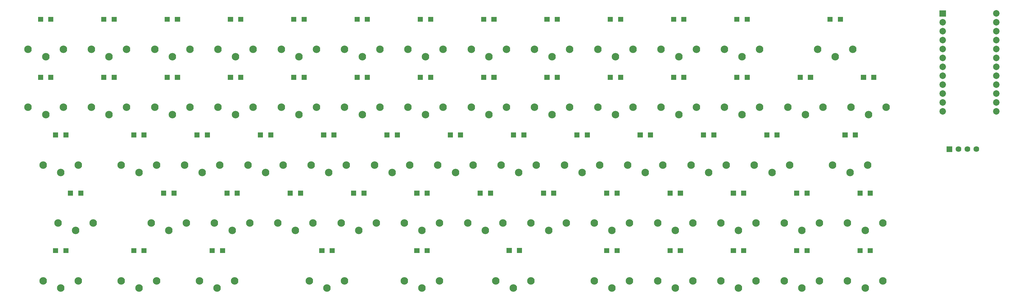
<source format=gbs>
G04 Layer: BottomSolderMaskLayer*
G04 EasyEDA v6.5.5, 2022-08-01 21:55:59*
G04 dce6eb41c8b944d7b87ad0e2915b6228,d603b60474844c32a05bd641800ef4e1,10*
G04 Gerber Generator version 0.2*
G04 Scale: 100 percent, Rotated: No, Reflected: No *
G04 Dimensions in millimeters *
G04 leading zeros omitted , absolute positions ,4 integer and 5 decimal *
%FSLAX45Y45*%
%MOMM*%

%ADD24C,2.1336*%
%ADD27C,1.6256*%
%ADD28C,1.8542*%

%LPD*%
D24*
G01*
X19799960Y8509990D03*
G01*
X19299961Y8719972D03*
G01*
X20299959Y8719972D03*
G01*
X3599992Y8509990D03*
G01*
X3099993Y8719972D03*
G01*
X4099991Y8719972D03*
G01*
X5399989Y8509990D03*
G01*
X4899990Y8719972D03*
G01*
X5899988Y8719972D03*
G01*
X7199985Y8509990D03*
G01*
X6699986Y8719972D03*
G01*
X7699984Y8719972D03*
G01*
X8999981Y8509990D03*
G01*
X8499983Y8719972D03*
G01*
X9499981Y8719972D03*
G01*
X12599974Y8509990D03*
G01*
X12099975Y8719972D03*
G01*
X13099973Y8719972D03*
G01*
X14399971Y8509990D03*
G01*
X13899972Y8719972D03*
G01*
X14899970Y8719972D03*
G01*
X16199967Y8509990D03*
G01*
X15699968Y8719972D03*
G01*
X16699966Y8719972D03*
G01*
X17999963Y8509990D03*
G01*
X17499965Y8719972D03*
G01*
X18499963Y8719972D03*
G01*
X22449967Y5209997D03*
G01*
X21949968Y5419979D03*
G01*
X22949966Y5419979D03*
G01*
X17899964Y3559987D03*
G01*
X17399965Y3769969D03*
G01*
X18399963Y3769969D03*
G01*
X21599956Y8509990D03*
G01*
X21099957Y8719972D03*
G01*
X22099955Y8719972D03*
G01*
X19699960Y3559987D03*
G01*
X19199961Y3769969D03*
G01*
X20199959Y3769969D03*
G01*
X21499956Y3559987D03*
G01*
X20999958Y3769969D03*
G01*
X21999956Y3769969D03*
G01*
X20649971Y5209997D03*
G01*
X20149972Y5419979D03*
G01*
X21149970Y5419979D03*
G01*
X4450003Y5209997D03*
G01*
X3949979Y5419979D03*
G01*
X4950002Y5419979D03*
G01*
X6675005Y1910003D03*
G01*
X6175006Y2119985D03*
G01*
X7175004Y2119985D03*
G01*
X17899964Y1910003D03*
G01*
X17399965Y2119985D03*
G01*
X18399963Y2119985D03*
G01*
X12499975Y3559987D03*
G01*
X11999975Y3769969D03*
G01*
X12999974Y3769969D03*
G01*
X24249964Y8509990D03*
G01*
X23749965Y8719972D03*
G01*
X24749963Y8719972D03*
G01*
X8899982Y3559987D03*
G01*
X8399983Y3769969D03*
G01*
X9399981Y3769969D03*
G01*
X2224989Y5209997D03*
G01*
X1724990Y5419979D03*
G01*
X2724988Y5419979D03*
G01*
X2224986Y1910003D03*
G01*
X1724987Y2119985D03*
G01*
X2724988Y2119985D03*
G01*
X19699960Y1910003D03*
G01*
X19199961Y2119985D03*
G01*
X20199959Y2119985D03*
G01*
X8049996Y5209997D03*
G01*
X7549997Y5419979D03*
G01*
X8549995Y5419979D03*
G01*
X23299953Y1910003D03*
G01*
X22799954Y2119985D03*
G01*
X23799952Y2119985D03*
G01*
X7199985Y6859981D03*
G01*
X6699986Y7069962D03*
G01*
X7699984Y7069962D03*
G01*
X24674956Y5209997D03*
G01*
X24174958Y5419979D03*
G01*
X25174956Y5419979D03*
G01*
X1799996Y8509990D03*
G01*
X1299997Y8719972D03*
G01*
X2299995Y8719972D03*
G01*
X9849993Y5209997D03*
G01*
X9349993Y5419979D03*
G01*
X10349991Y5419979D03*
G01*
X12499975Y1910003D03*
G01*
X11999975Y2119985D03*
G01*
X12999974Y2119985D03*
G01*
X11649989Y5209997D03*
G01*
X11149990Y5419979D03*
G01*
X12149988Y5419979D03*
G01*
X13449985Y5209997D03*
G01*
X12949986Y5419979D03*
G01*
X13949984Y5419979D03*
G01*
X16199967Y6859981D03*
G01*
X15699968Y7069962D03*
G01*
X16699966Y7069962D03*
G01*
X15249982Y5209997D03*
G01*
X14749983Y5419979D03*
G01*
X15749981Y5419979D03*
G01*
X17049978Y5209997D03*
G01*
X16549979Y5419979D03*
G01*
X17549977Y5419979D03*
G01*
X18849975Y5209997D03*
G01*
X18349975Y5419979D03*
G01*
X19349974Y5419979D03*
G01*
X21499956Y1910003D03*
G01*
X20999958Y2119985D03*
G01*
X21999956Y2119985D03*
G01*
X16099967Y3559987D03*
G01*
X15599968Y3769969D03*
G01*
X16599966Y3769969D03*
G01*
X14299971Y3559987D03*
G01*
X13799972Y3769969D03*
G01*
X14799970Y3769969D03*
G01*
X17999963Y6859981D03*
G01*
X17499965Y7069962D03*
G01*
X18499963Y7069962D03*
G01*
X19799960Y6859981D03*
G01*
X19299961Y7069962D03*
G01*
X20299959Y7069962D03*
G01*
X3599992Y6859981D03*
G01*
X3099993Y7069962D03*
G01*
X4099991Y7069962D03*
G01*
X8999981Y6859981D03*
G01*
X8499983Y7069962D03*
G01*
X9499981Y7069962D03*
G01*
X25099949Y1910003D03*
G01*
X24599950Y2119985D03*
G01*
X25599948Y2119985D03*
G01*
X6250000Y5209997D03*
G01*
X5750001Y5419979D03*
G01*
X6749999Y5419979D03*
G01*
X2650007Y3559987D03*
G01*
X2149983Y3769969D03*
G01*
X3150006Y3769969D03*
G01*
X25099949Y3559987D03*
G01*
X24599950Y3769969D03*
G01*
X25599948Y3769969D03*
G01*
X9799980Y1910003D03*
G01*
X9299981Y2119985D03*
G01*
X10299979Y2119985D03*
G01*
X15099964Y1910003D03*
G01*
X14599965Y2119985D03*
G01*
X15599963Y2119985D03*
G01*
X10799978Y6859981D03*
G01*
X10299979Y7069962D03*
G01*
X11299977Y7069962D03*
G01*
X1799996Y6859981D03*
G01*
X1299997Y7069962D03*
G01*
X2299995Y7069962D03*
G01*
X14399971Y6859981D03*
G01*
X13899972Y7069962D03*
G01*
X14899970Y7069962D03*
G01*
X23299953Y3559987D03*
G01*
X22799954Y3769969D03*
G01*
X23799952Y3769969D03*
G01*
X10699978Y3559987D03*
G01*
X10199979Y3769969D03*
G01*
X11199977Y3769969D03*
G01*
X5399989Y6859981D03*
G01*
X4899990Y7069962D03*
G01*
X5899988Y7069962D03*
G01*
X4450003Y1910003D03*
G01*
X3949979Y2119985D03*
G01*
X4950002Y2119985D03*
G01*
X7099985Y3559987D03*
G01*
X6599986Y3769969D03*
G01*
X7599984Y3769969D03*
G01*
X5299989Y3559987D03*
G01*
X4799990Y3769969D03*
G01*
X5799988Y3769969D03*
G01*
X12599974Y6859981D03*
G01*
X12099975Y7069962D03*
G01*
X13099973Y7069962D03*
G01*
X25199949Y6859981D03*
G01*
X24699950Y7069962D03*
G01*
X25699948Y7069962D03*
G01*
X21599956Y6859981D03*
G01*
X21099957Y7069962D03*
G01*
X22099955Y7069962D03*
G01*
X23399953Y6859981D03*
G01*
X22899954Y7069962D03*
G01*
X23899952Y7069962D03*
G01*
X10799978Y8509990D03*
G01*
X10299979Y8719972D03*
G01*
X11299977Y8719972D03*
G36*
X27415743Y5792723D02*
G01*
X27415743Y5955284D01*
X27578304Y5955284D01*
X27578304Y5792723D01*
G37*
D27*
G01*
X27750998Y5873978D03*
G01*
X28004998Y5873978D03*
G01*
X28258998Y5873978D03*
D28*
G01*
X28829000Y9740900D03*
G01*
X27305000Y6946900D03*
G01*
X28829000Y9486900D03*
G01*
X28829000Y9232900D03*
G01*
X28829000Y8978900D03*
G01*
X28829000Y8724900D03*
G01*
X28829000Y8470900D03*
G01*
X28829000Y8216900D03*
G01*
X28829000Y7962900D03*
G01*
X28829000Y7708900D03*
G01*
X28829000Y7454900D03*
G01*
X28829000Y7200900D03*
G01*
X28829000Y6946900D03*
G01*
X27305000Y7200900D03*
G01*
X27305000Y7454900D03*
G01*
X27305000Y7708900D03*
G01*
X27305000Y7962900D03*
G01*
X27305000Y8216900D03*
G01*
X27305000Y8470900D03*
G01*
X27305000Y8724900D03*
G01*
X27305000Y8978900D03*
G01*
X27305000Y9232900D03*
G01*
X27305000Y9486900D03*
G36*
X27212290Y9648189D02*
G01*
X27212290Y9833610D01*
X27397709Y9833610D01*
X27397709Y9648189D01*
G37*
G36*
X24455374Y6208776D02*
G01*
X24455374Y6351270D01*
X24600661Y6351270D01*
X24600661Y6208776D01*
G37*
G36*
X24749252Y6208776D02*
G01*
X24749252Y6351270D01*
X24894540Y6351270D01*
X24894540Y6208776D01*
G37*
G36*
X19580352Y9503918D02*
G01*
X19580352Y9646158D01*
X19725640Y9646158D01*
X19725640Y9503918D01*
G37*
G36*
X19874229Y9503918D02*
G01*
X19874229Y9646158D01*
X20019518Y9646158D01*
X20019518Y9503918D01*
G37*
G36*
X3380231Y9503918D02*
G01*
X3380231Y9646158D01*
X3525774Y9646158D01*
X3525774Y9503918D01*
G37*
G36*
X3674363Y9503918D02*
G01*
X3674363Y9646158D01*
X3819652Y9646158D01*
X3819652Y9503918D01*
G37*
G36*
X5180329Y9503918D02*
G01*
X5180329Y9646158D01*
X5325618Y9646158D01*
X5325618Y9503918D01*
G37*
G36*
X5474208Y9503918D02*
G01*
X5474208Y9646158D01*
X5619750Y9646158D01*
X5619750Y9503918D01*
G37*
G36*
X6980427Y9503918D02*
G01*
X6980427Y9646158D01*
X7125715Y9646158D01*
X7125715Y9503918D01*
G37*
G36*
X7274306Y9503918D02*
G01*
X7274306Y9646158D01*
X7419593Y9646158D01*
X7419593Y9503918D01*
G37*
G36*
X8780272Y9503918D02*
G01*
X8780272Y9646158D01*
X8925559Y9646158D01*
X8925559Y9503918D01*
G37*
G36*
X9074404Y9503918D02*
G01*
X9074404Y9646158D01*
X9219691Y9646158D01*
X9219691Y9503918D01*
G37*
G36*
X10580370Y9503918D02*
G01*
X10580370Y9646158D01*
X10725658Y9646158D01*
X10725658Y9503918D01*
G37*
G36*
X10874247Y9503918D02*
G01*
X10874247Y9646158D01*
X11019536Y9646158D01*
X11019536Y9503918D01*
G37*
G36*
X12380213Y9503918D02*
G01*
X12380213Y9646158D01*
X12525756Y9646158D01*
X12525756Y9503918D01*
G37*
G36*
X12674345Y9503918D02*
G01*
X12674345Y9646158D01*
X12819634Y9646158D01*
X12819634Y9503918D01*
G37*
G36*
X14180311Y9503918D02*
G01*
X14180311Y9646158D01*
X14325600Y9646158D01*
X14325600Y9503918D01*
G37*
G36*
X14474190Y9503918D02*
G01*
X14474190Y9646158D01*
X14619731Y9646158D01*
X14619731Y9503918D01*
G37*
G36*
X15980409Y9503918D02*
G01*
X15980409Y9646158D01*
X16125697Y9646158D01*
X16125697Y9503918D01*
G37*
G36*
X16274288Y9503918D02*
G01*
X16274288Y9646158D01*
X16419575Y9646158D01*
X16419575Y9503918D01*
G37*
G36*
X17780254Y9503918D02*
G01*
X17780254Y9646158D01*
X17925541Y9646158D01*
X17925541Y9503918D01*
G37*
G36*
X18074386Y9503918D02*
G01*
X18074386Y9646158D01*
X18219674Y9646158D01*
X18219674Y9503918D01*
G37*
G36*
X22230334Y6208776D02*
G01*
X22230334Y6351270D01*
X22375622Y6351270D01*
X22375622Y6208776D01*
G37*
G36*
X22524211Y6208776D02*
G01*
X22524211Y6351270D01*
X22669500Y6351270D01*
X22669500Y6208776D01*
G37*
G36*
X17680431Y4548886D02*
G01*
X17680431Y4691126D01*
X17825720Y4691126D01*
X17825720Y4548886D01*
G37*
G36*
X17974309Y4548886D02*
G01*
X17974309Y4691126D01*
X18119598Y4691126D01*
X18119598Y4548886D01*
G37*
G36*
X21380195Y9503918D02*
G01*
X21380195Y9646158D01*
X21525738Y9646158D01*
X21525738Y9503918D01*
G37*
G36*
X21674327Y9503918D02*
G01*
X21674327Y9646158D01*
X21819616Y9646158D01*
X21819616Y9503918D01*
G37*
G36*
X19480275Y4548886D02*
G01*
X19480275Y4691126D01*
X19625563Y4691126D01*
X19625563Y4548886D01*
G37*
G36*
X19774408Y4548886D02*
G01*
X19774408Y4691126D01*
X19919695Y4691126D01*
X19919695Y4548886D01*
G37*
G36*
X21280374Y4548886D02*
G01*
X21280374Y4691126D01*
X21425661Y4691126D01*
X21425661Y4548886D01*
G37*
G36*
X21574252Y4548886D02*
G01*
X21574252Y4691126D01*
X21719540Y4691126D01*
X21719540Y4548886D01*
G37*
G36*
X20430236Y6208776D02*
G01*
X20430236Y6351270D01*
X20575524Y6351270D01*
X20575524Y6208776D01*
G37*
G36*
X20724368Y6208776D02*
G01*
X20724368Y6351270D01*
X20869656Y6351270D01*
X20869656Y6208776D01*
G37*
G36*
X4230370Y6208776D02*
G01*
X4230370Y6351270D01*
X4375658Y6351270D01*
X4375658Y6208776D01*
G37*
G36*
X4524247Y6208776D02*
G01*
X4524247Y6351270D01*
X4669536Y6351270D01*
X4669536Y6208776D01*
G37*
G36*
X6460236Y2908807D02*
G01*
X6460236Y3051047D01*
X6605777Y3051047D01*
X6605777Y2908807D01*
G37*
G36*
X6754368Y2908807D02*
G01*
X6754368Y3051047D01*
X6899656Y3051047D01*
X6899656Y2908807D01*
G37*
G36*
X17680431Y2908807D02*
G01*
X17680431Y3051047D01*
X17825720Y3051047D01*
X17825720Y2908807D01*
G37*
G36*
X17974309Y2908807D02*
G01*
X17974309Y3051047D01*
X18119598Y3051047D01*
X18119598Y2908807D01*
G37*
G36*
X12280391Y4548886D02*
G01*
X12280391Y4691126D01*
X12425679Y4691126D01*
X12425679Y4548886D01*
G37*
G36*
X12574270Y4548886D02*
G01*
X12574270Y4691126D01*
X12719558Y4691126D01*
X12719558Y4548886D01*
G37*
G36*
X24030177Y9503918D02*
G01*
X24030177Y9646158D01*
X24175720Y9646158D01*
X24175720Y9503918D01*
G37*
G36*
X24324309Y9503918D02*
G01*
X24324309Y9646158D01*
X24469598Y9646158D01*
X24469598Y9503918D01*
G37*
G36*
X8680450Y4548886D02*
G01*
X8680450Y4691126D01*
X8825738Y4691126D01*
X8825738Y4548886D01*
G37*
G36*
X8974327Y4548886D02*
G01*
X8974327Y4691126D01*
X9119615Y4691126D01*
X9119615Y4548886D01*
G37*
G36*
X2005329Y6208776D02*
G01*
X2005329Y6351270D01*
X2150618Y6351270D01*
X2150618Y6208776D01*
G37*
G36*
X2299461Y6208776D02*
G01*
X2299461Y6351270D01*
X2444750Y6351270D01*
X2444750Y6208776D01*
G37*
G36*
X2005329Y2908807D02*
G01*
X2005329Y3051047D01*
X2150618Y3051047D01*
X2150618Y2908807D01*
G37*
G36*
X2299461Y2908807D02*
G01*
X2299461Y3051047D01*
X2444750Y3051047D01*
X2444750Y2908807D01*
G37*
G36*
X19480275Y2908807D02*
G01*
X19480275Y3051047D01*
X19625563Y3051047D01*
X19625563Y2908807D01*
G37*
G36*
X19774408Y2908807D02*
G01*
X19774408Y3051047D01*
X19919695Y3051047D01*
X19919695Y2908807D01*
G37*
G36*
X7830311Y6208776D02*
G01*
X7830311Y6351270D01*
X7975600Y6351270D01*
X7975600Y6208776D01*
G37*
G36*
X8124443Y6208776D02*
G01*
X8124443Y6351270D01*
X8269731Y6351270D01*
X8269731Y6208776D01*
G37*
G36*
X23080218Y2908807D02*
G01*
X23080218Y3051047D01*
X23225506Y3051047D01*
X23225506Y2908807D01*
G37*
G36*
X23374350Y2908807D02*
G01*
X23374350Y3051047D01*
X23519638Y3051047D01*
X23519638Y2908807D01*
G37*
G36*
X6980427Y7848854D02*
G01*
X6980427Y7991094D01*
X7125715Y7991094D01*
X7125715Y7848854D01*
G37*
G36*
X7274306Y7848854D02*
G01*
X7274306Y7991094D01*
X7419593Y7991094D01*
X7419593Y7848854D01*
G37*
G36*
X1580387Y9503918D02*
G01*
X1580387Y9646158D01*
X1725676Y9646158D01*
X1725676Y9503918D01*
G37*
G36*
X1874265Y9503918D02*
G01*
X1874265Y9646158D01*
X2019554Y9646158D01*
X2019554Y9503918D01*
G37*
G36*
X9630409Y6208776D02*
G01*
X9630409Y6351270D01*
X9775697Y6351270D01*
X9775697Y6208776D01*
G37*
G36*
X9924288Y6208776D02*
G01*
X9924288Y6351270D01*
X10069575Y6351270D01*
X10069575Y6208776D01*
G37*
G36*
X12280391Y2908807D02*
G01*
X12280391Y3051047D01*
X12425679Y3051047D01*
X12425679Y2908807D01*
G37*
G36*
X12574270Y2908807D02*
G01*
X12574270Y3051047D01*
X12719558Y3051047D01*
X12719558Y2908807D01*
G37*
G36*
X11430254Y6208776D02*
G01*
X11430254Y6351270D01*
X11575541Y6351270D01*
X11575541Y6208776D01*
G37*
G36*
X11724386Y6208776D02*
G01*
X11724386Y6351270D01*
X11869674Y6351270D01*
X11869674Y6208776D01*
G37*
G36*
X13230352Y6208776D02*
G01*
X13230352Y6351270D01*
X13375640Y6351270D01*
X13375640Y6208776D01*
G37*
G36*
X13524229Y6208776D02*
G01*
X13524229Y6351270D01*
X13669518Y6351270D01*
X13669518Y6208776D01*
G37*
G36*
X15980409Y7848854D02*
G01*
X15980409Y7991094D01*
X16125697Y7991094D01*
X16125697Y7848854D01*
G37*
G36*
X16274288Y7848854D02*
G01*
X16274288Y7991094D01*
X16419575Y7991094D01*
X16419575Y7848854D01*
G37*
G36*
X15030195Y6208776D02*
G01*
X15030195Y6351270D01*
X15175738Y6351270D01*
X15175738Y6208776D01*
G37*
G36*
X15324327Y6208776D02*
G01*
X15324327Y6351270D01*
X15469616Y6351270D01*
X15469616Y6208776D01*
G37*
G36*
X16830293Y6208776D02*
G01*
X16830293Y6351270D01*
X16975581Y6351270D01*
X16975581Y6208776D01*
G37*
G36*
X17124425Y6208776D02*
G01*
X17124425Y6351270D01*
X17269713Y6351270D01*
X17269713Y6208776D01*
G37*
G36*
X18630391Y6208776D02*
G01*
X18630391Y6351270D01*
X18775679Y6351270D01*
X18775679Y6208776D01*
G37*
G36*
X18924270Y6208776D02*
G01*
X18924270Y6351270D01*
X19069558Y6351270D01*
X19069558Y6208776D01*
G37*
G36*
X21280374Y2908807D02*
G01*
X21280374Y3051047D01*
X21425661Y3051047D01*
X21425661Y2908807D01*
G37*
G36*
X21574252Y2908807D02*
G01*
X21574252Y3051047D01*
X21719540Y3051047D01*
X21719540Y2908807D01*
G37*
G36*
X15880334Y4548886D02*
G01*
X15880334Y4691126D01*
X16025622Y4691126D01*
X16025622Y4548886D01*
G37*
G36*
X16174211Y4548886D02*
G01*
X16174211Y4691126D01*
X16319500Y4691126D01*
X16319500Y4548886D01*
G37*
G36*
X14080236Y4548886D02*
G01*
X14080236Y4691126D01*
X14225524Y4691126D01*
X14225524Y4548886D01*
G37*
G36*
X14374368Y4548886D02*
G01*
X14374368Y4691126D01*
X14519656Y4691126D01*
X14519656Y4548886D01*
G37*
G36*
X17780254Y7848854D02*
G01*
X17780254Y7991094D01*
X17925541Y7991094D01*
X17925541Y7848854D01*
G37*
G36*
X18074386Y7848854D02*
G01*
X18074386Y7991094D01*
X18219674Y7991094D01*
X18219674Y7848854D01*
G37*
G36*
X19580352Y7848854D02*
G01*
X19580352Y7991094D01*
X19725640Y7991094D01*
X19725640Y7848854D01*
G37*
G36*
X19874229Y7848854D02*
G01*
X19874229Y7991094D01*
X20019518Y7991094D01*
X20019518Y7848854D01*
G37*
G36*
X3380231Y7848854D02*
G01*
X3380231Y7991094D01*
X3525774Y7991094D01*
X3525774Y7848854D01*
G37*
G36*
X3674363Y7848854D02*
G01*
X3674363Y7991094D01*
X3819652Y7991094D01*
X3819652Y7848854D01*
G37*
G36*
X8780272Y7848854D02*
G01*
X8780272Y7991094D01*
X8925559Y7991094D01*
X8925559Y7848854D01*
G37*
G36*
X9074404Y7848854D02*
G01*
X9074404Y7991094D01*
X9219691Y7991094D01*
X9219691Y7848854D01*
G37*
G36*
X24880316Y2908807D02*
G01*
X24880316Y3051047D01*
X25025604Y3051047D01*
X25025604Y2908807D01*
G37*
G36*
X25174193Y2908807D02*
G01*
X25174193Y3051047D01*
X25319736Y3051047D01*
X25319736Y2908807D01*
G37*
G36*
X6030213Y6208776D02*
G01*
X6030213Y6351270D01*
X6175756Y6351270D01*
X6175756Y6208776D01*
G37*
G36*
X6324345Y6208776D02*
G01*
X6324345Y6351270D01*
X6469634Y6351270D01*
X6469634Y6208776D01*
G37*
G36*
X2430272Y4548886D02*
G01*
X2430272Y4691126D01*
X2575559Y4691126D01*
X2575559Y4548886D01*
G37*
G36*
X2724404Y4548886D02*
G01*
X2724404Y4691126D01*
X2869691Y4691126D01*
X2869691Y4548886D01*
G37*
G36*
X24880316Y4548886D02*
G01*
X24880316Y4691126D01*
X25025604Y4691126D01*
X25025604Y4548886D01*
G37*
G36*
X25174193Y4548886D02*
G01*
X25174193Y4691126D01*
X25319736Y4691126D01*
X25319736Y4548886D01*
G37*
G36*
X9580372Y2908807D02*
G01*
X9580372Y3051047D01*
X9725659Y3051047D01*
X9725659Y2908807D01*
G37*
G36*
X9874250Y2908807D02*
G01*
X9874250Y3051047D01*
X10019538Y3051047D01*
X10019538Y2908807D01*
G37*
G36*
X14905990Y2913379D02*
G01*
X14905990Y3055620D01*
X15051277Y3055620D01*
X15051277Y2913379D01*
G37*
G36*
X15200122Y2913379D02*
G01*
X15200122Y3055620D01*
X15345409Y3055620D01*
X15345409Y2913379D01*
G37*
G36*
X10580370Y7848854D02*
G01*
X10580370Y7991094D01*
X10725658Y7991094D01*
X10725658Y7848854D01*
G37*
G36*
X10874247Y7848854D02*
G01*
X10874247Y7991094D01*
X11019536Y7991094D01*
X11019536Y7848854D01*
G37*
G36*
X1580387Y7848854D02*
G01*
X1580387Y7991094D01*
X1725676Y7991094D01*
X1725676Y7848854D01*
G37*
G36*
X1874265Y7848854D02*
G01*
X1874265Y7991094D01*
X2019554Y7991094D01*
X2019554Y7848854D01*
G37*
G36*
X14180311Y7848854D02*
G01*
X14180311Y7991094D01*
X14325600Y7991094D01*
X14325600Y7848854D01*
G37*
G36*
X14474190Y7848854D02*
G01*
X14474190Y7991094D01*
X14619731Y7991094D01*
X14619731Y7848854D01*
G37*
G36*
X23080218Y4548886D02*
G01*
X23080218Y4691126D01*
X23225506Y4691126D01*
X23225506Y4548886D01*
G37*
G36*
X23374350Y4548886D02*
G01*
X23374350Y4691126D01*
X23519638Y4691126D01*
X23519638Y4548886D01*
G37*
G36*
X10480293Y4548886D02*
G01*
X10480293Y4691126D01*
X10625581Y4691126D01*
X10625581Y4548886D01*
G37*
G36*
X10774425Y4548886D02*
G01*
X10774425Y4691126D01*
X10919713Y4691126D01*
X10919713Y4548886D01*
G37*
G36*
X5180329Y7848854D02*
G01*
X5180329Y7991094D01*
X5325618Y7991094D01*
X5325618Y7848854D01*
G37*
G36*
X5474208Y7848854D02*
G01*
X5474208Y7991094D01*
X5619750Y7991094D01*
X5619750Y7848854D01*
G37*
G36*
X4230370Y2908807D02*
G01*
X4230370Y3051047D01*
X4375658Y3051047D01*
X4375658Y2908807D01*
G37*
G36*
X4524247Y2908807D02*
G01*
X4524247Y3051047D01*
X4669536Y3051047D01*
X4669536Y2908807D01*
G37*
G36*
X6880352Y4548886D02*
G01*
X6880352Y4691126D01*
X7025640Y4691126D01*
X7025640Y4548886D01*
G37*
G36*
X7174229Y4548886D02*
G01*
X7174229Y4691126D01*
X7319518Y4691126D01*
X7319518Y4548886D01*
G37*
G36*
X5080254Y4548886D02*
G01*
X5080254Y4691126D01*
X5225541Y4691126D01*
X5225541Y4548886D01*
G37*
G36*
X5374386Y4548886D02*
G01*
X5374386Y4691126D01*
X5519674Y4691126D01*
X5519674Y4548886D01*
G37*
G36*
X12380213Y7848854D02*
G01*
X12380213Y7991094D01*
X12525756Y7991094D01*
X12525756Y7848854D01*
G37*
G36*
X12674345Y7848854D02*
G01*
X12674345Y7991094D01*
X12819634Y7991094D01*
X12819634Y7848854D01*
G37*
G36*
X24980391Y7848854D02*
G01*
X24980391Y7991094D01*
X25125679Y7991094D01*
X25125679Y7848854D01*
G37*
G36*
X25274270Y7848854D02*
G01*
X25274270Y7991094D01*
X25419558Y7991094D01*
X25419558Y7848854D01*
G37*
G36*
X21380195Y7848854D02*
G01*
X21380195Y7991094D01*
X21525738Y7991094D01*
X21525738Y7848854D01*
G37*
G36*
X21674327Y7848854D02*
G01*
X21674327Y7991094D01*
X21819616Y7991094D01*
X21819616Y7848854D01*
G37*
G36*
X23180293Y7848854D02*
G01*
X23180293Y7991094D01*
X23325581Y7991094D01*
X23325581Y7848854D01*
G37*
G36*
X23474172Y7848854D02*
G01*
X23474172Y7991094D01*
X23619713Y7991094D01*
X23619713Y7848854D01*
G37*
M02*

</source>
